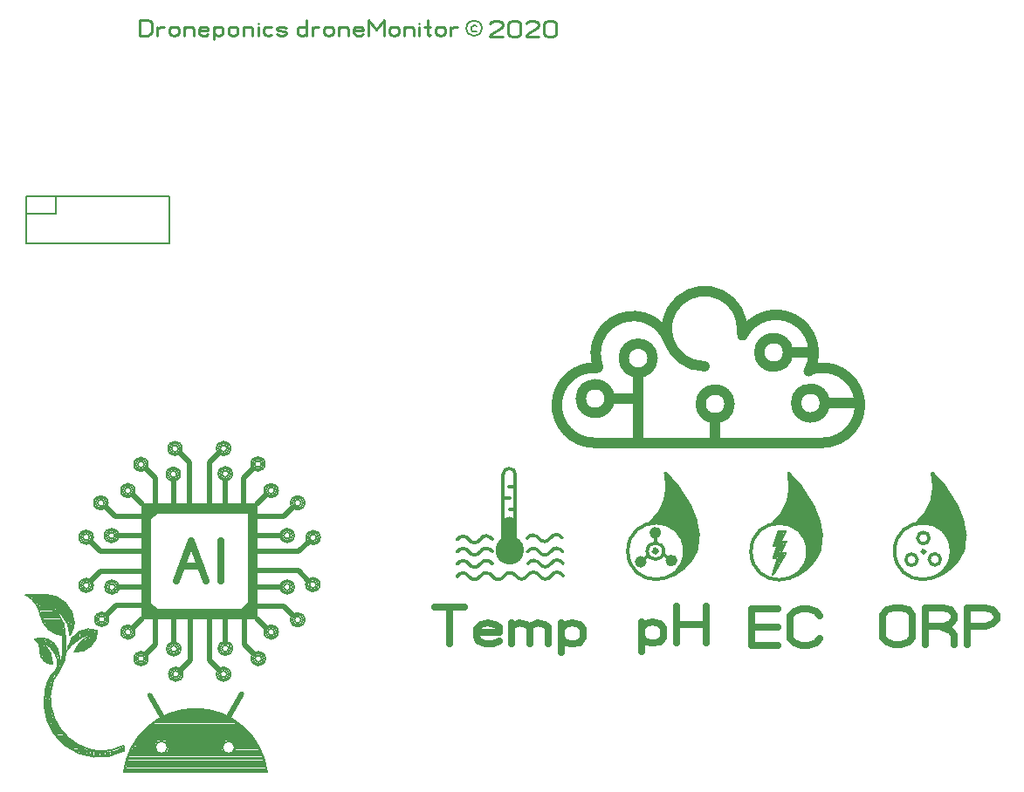
<source format=gbr>
%FSLAX34Y34*%
%MOMM*%
%LNCOPPER_TOP*%
G71*
G01*
%ADD10C, 0.200*%
%ADD11C, 0.500*%
%ADD12C, 0.698*%
%ADD13C, 0.400*%
%ADD14C, 1.000*%
%ADD15C, 0.300*%
%ADD16C, 0.600*%
%ADD17C, 0.635*%
%ADD18C, 0.191*%
%ADD19C, 0.270*%
%LPD*%
G54D10*
X274241Y334962D02*
X274241Y224631D01*
X385366Y224631D01*
X385366Y334962D01*
X274241Y334962D01*
G54D10*
X282178Y312341D02*
X282178Y320675D01*
X288528Y327025D01*
X377428Y327025D01*
X377428Y239316D01*
X370681Y232569D01*
X288528Y232569D01*
X282178Y238919D01*
X282178Y312341D01*
G54D10*
G75*
G01X263525Y348456D02*
G03X263525Y348456I-3175J0D01*
G01*
G54D10*
G75*
G01X267097Y348456D02*
G03X267097Y348456I-6747J0D01*
G01*
G54D10*
G75*
G01X265509Y348456D02*
G03X265509Y348456I-5159J0D01*
G01*
G54D11*
X274241Y334962D02*
X264716Y344488D01*
G54D10*
G75*
G01X276225Y373856D02*
G03X276225Y373856I-3175J0D01*
G01*
G54D10*
G75*
G01X279797Y373856D02*
G03X279797Y373856I-6747J0D01*
G01*
G54D10*
G75*
G01X278209Y373856D02*
G03X278209Y373856I-5159J0D01*
G01*
G54D11*
X286941Y360362D02*
X277416Y369888D01*
G54D10*
G75*
G01X309166Y389334D02*
G03X309166Y389334I-3175J0D01*
G01*
G54D10*
G75*
G01X312738Y389334D02*
G03X312738Y389334I-6747J0D01*
G01*
G54D10*
G75*
G01X311150Y389334D02*
G03X311150Y389334I-5159J0D01*
G01*
G54D11*
X319881Y375841D02*
X310356Y385366D01*
G54D10*
G75*
G01X356306Y389334D02*
G03X356306Y389334I-3176J0D01*
G01*
G54D10*
G75*
G01X359878Y389334D02*
G03X359878Y389334I-6748J0D01*
G01*
G54D10*
G75*
G01X358290Y389334D02*
G03X358290Y389334I-5160J0D01*
G01*
G54D11*
X339240Y375841D02*
X348765Y385366D01*
G54D10*
G75*
G01X389643Y374253D02*
G03X389643Y374253I-3175J0D01*
G01*
G54D10*
G75*
G01X393215Y374253D02*
G03X393215Y374253I-6747J0D01*
G01*
G54D10*
G75*
G01X391627Y374253D02*
G03X391627Y374253I-5159J0D01*
G01*
G54D11*
X372578Y360759D02*
X382103Y370284D01*
G54D10*
G75*
G01X402431Y348456D02*
G03X402431Y348456I-3175J0D01*
G01*
G54D10*
G75*
G01X406003Y348456D02*
G03X406003Y348456I-6747J0D01*
G01*
G54D10*
G75*
G01X404415Y348456D02*
G03X404415Y348456I-5159J0D01*
G01*
G54D11*
X385366Y334962D02*
X394891Y344488D01*
G54D10*
G75*
G01X428140Y336550D02*
G03X428140Y336550I-3175J0D01*
G01*
G54D10*
G75*
G01X431712Y336550D02*
G03X431712Y336550I-6747J0D01*
G01*
G54D10*
G75*
G01X430124Y336550D02*
G03X430124Y336550I-5159J0D01*
G01*
G54D11*
X411074Y323056D02*
X420600Y332581D01*
G54D10*
G75*
G01X443221Y302816D02*
G03X443221Y302816I-3175J0D01*
G01*
G54D10*
G75*
G01X446793Y302816D02*
G03X446793Y302816I-6747J0D01*
G01*
G54D10*
G75*
G01X445205Y302816D02*
G03X445205Y302816I-5159J0D01*
G01*
G54D11*
X426156Y289322D02*
X435681Y298847D01*
G54D10*
G75*
G01X442824Y257205D02*
G03X442824Y257205I-3175J0D01*
G01*
G54D10*
G75*
G01X446396Y257205D02*
G03X446396Y257205I-6747J0D01*
G01*
G54D10*
G75*
G01X444808Y257205D02*
G03X444808Y257205I-5159J0D01*
G01*
G54D11*
X425759Y270700D02*
X435284Y261175D01*
G54D10*
G75*
G01X428140Y223074D02*
G03X428140Y223074I-3175J0D01*
G01*
G54D10*
G75*
G01X431712Y223074D02*
G03X431712Y223074I-6747J0D01*
G01*
G54D10*
G75*
G01X430124Y223074D02*
G03X430124Y223074I-5159J0D01*
G01*
G54D11*
X411074Y236568D02*
X420600Y227043D01*
G54D10*
G75*
G01X402431Y211137D02*
G03X402431Y211137I-3175J0D01*
G01*
G54D10*
G75*
G01X406003Y211137D02*
G03X406003Y211137I-6747J0D01*
G01*
G54D10*
G75*
G01X404415Y211137D02*
G03X404415Y211137I-5159J0D01*
G01*
G54D11*
X385366Y224631D02*
X394891Y215106D01*
G54D10*
G75*
G01X390040Y185371D02*
G03X390040Y185371I-3175J0D01*
G01*
G54D10*
G75*
G01X393612Y185371D02*
G03X393612Y185371I-6747J0D01*
G01*
G54D10*
G75*
G01X392024Y185371D02*
G03X392024Y185371I-5159J0D01*
G01*
G54D11*
X372974Y198865D02*
X382500Y189340D01*
G54D10*
G75*
G01X356306Y170290D02*
G03X356306Y170290I-3176J0D01*
G01*
G54D10*
G75*
G01X359878Y170290D02*
G03X359878Y170290I-6748J0D01*
G01*
G54D10*
G75*
G01X358290Y170290D02*
G03X358290Y170290I-5160J0D01*
G01*
G54D11*
X339240Y183784D02*
X348765Y174259D01*
G54D10*
G75*
G01X309958Y170290D02*
G03X309958Y170290I-3175J0D01*
G01*
G54D10*
G75*
G01X313530Y170290D02*
G03X313530Y170290I-6747J0D01*
G01*
G54D10*
G75*
G01X311942Y170290D02*
G03X311942Y170290I-5159J0D01*
G01*
G54D11*
X320674Y183784D02*
X311149Y174259D01*
G54D10*
G75*
G01X276224Y185371D02*
G03X276224Y185371I-3175J0D01*
G01*
G54D10*
G75*
G01X279796Y185371D02*
G03X279796Y185371I-6747J0D01*
G01*
G54D10*
G75*
G01X278208Y185371D02*
G03X278208Y185371I-5159J0D01*
G01*
G54D11*
X286940Y198865D02*
X277415Y189340D01*
G54D10*
G75*
G01X263525Y211137D02*
G03X263525Y211137I-3175J0D01*
G01*
G54D10*
G75*
G01X267097Y211137D02*
G03X267097Y211137I-6747J0D01*
G01*
G54D10*
G75*
G01X265509Y211137D02*
G03X265509Y211137I-5159J0D01*
G01*
G54D11*
X274241Y224631D02*
X264716Y215106D01*
G54D10*
G75*
G01X238124Y223471D02*
G03X238124Y223471I-3175J0D01*
G01*
G54D10*
G75*
G01X241696Y223471D02*
G03X241696Y223471I-6747J0D01*
G01*
G54D10*
G75*
G01X240108Y223471D02*
G03X240108Y223471I-5159J0D01*
G01*
G54D11*
X248840Y236965D02*
X239315Y227440D01*
G54D10*
G75*
G01X223043Y256412D02*
G03X223043Y256412I-3175J0D01*
G01*
G54D10*
G75*
G01X226615Y256412D02*
G03X226615Y256412I-6747J0D01*
G01*
G54D10*
G75*
G01X225027Y256412D02*
G03X225027Y256412I-5159J0D01*
G01*
G54D11*
X233759Y269906D02*
X224234Y260381D01*
G54D10*
G75*
G01X223043Y303212D02*
G03X223043Y303212I-3175J0D01*
G01*
G54D10*
G75*
G01X226615Y303212D02*
G03X226615Y303212I-6747J0D01*
G01*
G54D10*
G75*
G01X225027Y303212D02*
G03X225027Y303212I-5159J0D01*
G01*
G54D11*
X233759Y289718D02*
X224234Y299243D01*
G54D10*
G75*
G01X237330Y336550D02*
G03X237330Y336550I-3175J0D01*
G01*
G54D10*
G75*
G01X240902Y336550D02*
G03X240902Y336550I-6747J0D01*
G01*
G54D10*
G75*
G01X239314Y336550D02*
G03X239314Y336550I-5159J0D01*
G01*
G54D11*
X248046Y323055D02*
X238521Y332580D01*
G54D10*
G75*
G01X247650Y304800D02*
G03X247650Y304800I-3175J0D01*
G01*
G54D10*
G75*
G01X251222Y304800D02*
G03X251222Y304800I-6747J0D01*
G01*
G54D10*
G75*
G01X249634Y304800D02*
G03X249634Y304800I-5159J0D01*
G01*
G54D11*
X250428Y304800D02*
X277416Y304800D01*
G54D10*
G75*
G01X248047Y254794D02*
G03X248047Y254794I-3175J0D01*
G01*
G54D10*
G75*
G01X251619Y254794D02*
G03X251619Y254794I-6747J0D01*
G01*
G54D10*
G75*
G01X250031Y254794D02*
G03X250031Y254794I-5159J0D01*
G01*
G54D11*
X250825Y254794D02*
X277812Y254794D01*
G54D10*
G75*
G01X308012Y194878D02*
G03X308012Y194878I-3175J0D01*
G01*
G54D10*
G75*
G01X311584Y194878D02*
G03X311584Y194878I-6747J0D01*
G01*
G54D10*
G75*
G01X309996Y194878D02*
G03X309996Y194878I-5159J0D01*
G01*
G54D11*
X304837Y200830D02*
X304837Y227818D01*
G54D10*
G75*
G01X358019Y195274D02*
G03X358019Y195274I-3175J0D01*
G01*
G54D10*
G75*
G01X361591Y195274D02*
G03X361591Y195274I-6747J0D01*
G01*
G54D10*
G75*
G01X360003Y195274D02*
G03X360003Y195274I-5159J0D01*
G01*
G54D11*
X354844Y201227D02*
X354844Y228215D01*
G54D10*
G75*
G01X417935Y254843D02*
G03X417935Y254843I-3175J0D01*
G01*
G54D10*
G75*
G01X421507Y254843D02*
G03X421507Y254843I-6747J0D01*
G01*
G54D10*
G75*
G01X419919Y254843D02*
G03X419919Y254843I-5159J0D01*
G01*
G54D11*
X408807Y254843D02*
X381819Y254843D01*
G54D10*
G75*
G01X417935Y304849D02*
G03X417935Y304849I-3175J0D01*
G01*
G54D10*
G75*
G01X421507Y304849D02*
G03X421507Y304849I-6747J0D01*
G01*
G54D10*
G75*
G01X419919Y304849D02*
G03X419919Y304849I-5159J0D01*
G01*
G54D11*
X408807Y304849D02*
X381819Y304849D01*
G54D10*
G75*
G01X307566Y364369D02*
G03X307566Y364369I-3175J0D01*
G01*
G54D10*
G75*
G01X311138Y364369D02*
G03X311138Y364369I-6747J0D01*
G01*
G54D10*
G75*
G01X309550Y364369D02*
G03X309550Y364369I-5159J0D01*
G01*
G54D11*
X304391Y358416D02*
X304391Y331429D01*
G54D10*
G75*
G01X357969Y364766D02*
G03X357969Y364766I-3175J0D01*
G01*
G54D10*
G75*
G01X361541Y364766D02*
G03X361541Y364766I-6747J0D01*
G01*
G54D10*
G75*
G01X359953Y364766D02*
G03X359953Y364766I-5159J0D01*
G01*
G54D11*
X354794Y358813D02*
X354794Y331826D01*
G54D11*
X286941Y360362D02*
X286941Y332581D01*
X287734Y331788D01*
G54D11*
X319881Y375841D02*
X319881Y332978D01*
X320675Y332184D01*
G54D11*
X339240Y375841D02*
X339240Y332272D01*
X339328Y332184D01*
G54D11*
X372578Y360759D02*
X372578Y333066D01*
X373459Y332184D01*
G54D11*
X411074Y323056D02*
X381000Y323056D01*
X380603Y323453D01*
G54D11*
X426156Y289322D02*
X382191Y289322D01*
G54D11*
X425759Y270700D02*
X384144Y270700D01*
X381794Y273050D01*
G54D11*
X411074Y236568D02*
X384938Y236568D01*
X382191Y239316D01*
G54D11*
X372974Y198865D02*
X372974Y227894D01*
X372666Y228203D01*
G54D11*
X339240Y183784D02*
X339240Y227497D01*
X338534Y228203D01*
G54D11*
X320674Y183784D02*
X320674Y227409D01*
X321072Y227806D01*
G54D11*
X286940Y198865D02*
X286941Y228203D01*
G54D11*
X248840Y236965D02*
X275065Y236965D01*
X277019Y238919D01*
G54D11*
X233759Y269906D02*
X276194Y269906D01*
X276622Y269478D01*
G54D11*
X233759Y289718D02*
X276224Y289718D01*
X277019Y290512D01*
G54D11*
X248046Y323055D02*
X276623Y323055D01*
X277019Y322659D01*
G36*
X274241Y334962D02*
X274241Y328612D01*
X282178Y320675D01*
X288528Y327025D01*
X377428Y327025D01*
X385366Y334962D01*
X274241Y334962D01*
G37*
G54D10*
X274241Y334962D02*
X274241Y328612D01*
X282178Y320675D01*
X288528Y327025D01*
X377428Y327025D01*
X385366Y334962D01*
X274241Y334962D01*
G36*
X282178Y320675D02*
X274241Y328612D01*
X274241Y224631D01*
X385366Y224631D01*
X385366Y334962D01*
X377428Y327025D01*
X377428Y239316D01*
X370681Y232569D01*
X288528Y232569D01*
X282178Y238919D01*
X282178Y320675D01*
G37*
G54D10*
X282178Y320675D02*
X274241Y328612D01*
X274241Y224631D01*
X385366Y224631D01*
X385366Y334962D01*
X377428Y327025D01*
X377428Y239316D01*
X370681Y232569D01*
X288528Y232569D01*
X282178Y238919D01*
X282178Y320675D01*
G54D12*
X307173Y260796D02*
X321839Y299907D01*
X336506Y260796D01*
G54D12*
X313039Y275462D02*
X330639Y275462D01*
G54D12*
X350195Y260796D02*
X350195Y299907D01*
G54D10*
G75*
G01X395313Y75206D02*
G03X256357Y75206I-69478J-8531D01*
G01*
G54D10*
X256357Y75206D02*
X395313Y75206D01*
G54D10*
G75*
G01X298847Y99219D02*
G03X298847Y99219I-5953J0D01*
G01*
G54D10*
G75*
G01X363934Y99219D02*
G03X363934Y99219I-5953J0D01*
G01*
G54D11*
G75*
G01X370647Y150935D02*
G03X357879Y128594I210378J-135060D01*
G01*
G54D11*
G75*
G01X281679Y149692D02*
G03X294447Y127351I223146J112719D01*
G01*
G54D10*
G75*
G01X175795Y226302D02*
G03X162035Y246896I-27760J-3655D01*
G01*
G54D10*
G75*
G01X175327Y229059D02*
G03X199243Y207675I24301J3113D01*
G01*
G54D10*
G75*
G01X199243Y210453D02*
G03X178490Y237499I-28000J0D01*
G01*
G54D10*
G75*
G01X204214Y208360D02*
G03X176214Y236360I-28000J0D01*
G01*
G54D10*
G75*
G01X208182Y219472D02*
G03X180182Y247472I-28000J0D01*
G01*
G54D10*
X180182Y247472D02*
X161186Y247472D01*
X161132Y247418D01*
X161300Y247418D01*
X161592Y247126D01*
G54D10*
G75*
G01X183383Y247231D02*
G03X160960Y247329I-11689J-109377D01*
G01*
G54D10*
G75*
G01X204134Y208146D02*
G03X208267Y221456I-19367J13310D01*
G01*
G54D10*
X199243Y210453D02*
X199243Y207675D01*
G54D10*
X165497Y246459D02*
X176609Y246459D01*
X177403Y245666D01*
X167084Y245666D01*
X166688Y245269D01*
X175816Y245269D01*
X177006Y244078D01*
X167878Y244078D01*
X175419Y244078D01*
X177006Y242491D01*
X168672Y242491D01*
X176212Y242491D01*
X177403Y241300D01*
X170656Y241300D01*
X170259Y240903D01*
X176609Y240903D01*
X177403Y240109D01*
X172244Y240109D01*
X171450Y239316D01*
X176674Y239316D01*
X178490Y237499D01*
X173267Y237499D01*
X172641Y238125D01*
X172641Y237728D01*
X174625Y235744D01*
X179388Y235744D01*
X179784Y235347D01*
X175419Y235347D01*
X174228Y234156D01*
X184150Y234156D01*
X184547Y233759D01*
X176212Y233759D01*
X175022Y232569D01*
X187325Y232569D01*
X189309Y230584D01*
X175816Y230584D01*
X175816Y229791D01*
X177006Y228600D01*
X189309Y228600D01*
X190103Y229394D01*
X191691Y227806D01*
X176609Y227806D01*
X176212Y227409D01*
X176212Y227012D01*
X177403Y225822D01*
X192484Y225822D01*
X192881Y226219D01*
X192881Y225822D01*
X193675Y225028D01*
X193675Y225822D01*
X191691Y227806D01*
X191691Y227012D01*
X193675Y225028D01*
X178594Y225028D01*
X177800Y224234D01*
X177800Y223441D01*
X178197Y223044D01*
X194072Y223044D01*
X194469Y223441D01*
X195659Y222250D01*
X178991Y222250D01*
X178594Y221853D01*
X178594Y221456D01*
X179388Y220662D01*
X196056Y220662D01*
X196056Y219472D01*
X196453Y219075D01*
X180579Y219075D01*
X180182Y219472D01*
X180182Y219074D01*
X181769Y217488D01*
X196850Y217488D01*
X196850Y216297D01*
X197247Y215900D01*
X182562Y215900D01*
X183356Y215900D01*
X184944Y214312D01*
X197644Y214312D01*
X197644Y213122D01*
X198041Y212725D01*
X186531Y212725D01*
X186134Y213122D01*
X187722Y213122D01*
X189706Y211138D01*
X198041Y211138D01*
X198041Y209153D01*
X192881Y209153D01*
X192088Y209947D01*
G54D10*
X177403Y245666D02*
X177403Y238586D01*
X178490Y237499D01*
X178490Y246753D01*
X178594Y246856D01*
X179566Y246856D01*
X180182Y247472D01*
X180181Y237728D01*
X181372Y237728D01*
X181769Y237331D01*
X181769Y245666D01*
X181372Y246062D01*
X184547Y246062D01*
X184547Y236934D01*
X184150Y236538D01*
X183753Y236538D01*
X182959Y237331D01*
X182959Y244475D01*
X184944Y244475D01*
X185738Y245269D01*
X185738Y235744D01*
X186134Y235744D01*
X186928Y234950D01*
X186928Y245269D01*
X187722Y245269D01*
X188516Y244475D01*
X188516Y234156D01*
X190103Y234156D01*
X190103Y244078D01*
X189706Y244475D01*
X190897Y244475D01*
X192088Y243284D01*
X192088Y233759D01*
X191294Y232966D01*
X192088Y232966D01*
X192881Y232172D01*
X192881Y242491D01*
X193278Y242888D01*
X193278Y242491D01*
X194469Y241300D01*
X194469Y230981D01*
X194866Y230981D01*
X195659Y230188D01*
X195659Y242094D01*
X197247Y240506D01*
X197247Y228997D01*
X196850Y228600D01*
X197247Y228600D01*
X198041Y227806D01*
X198041Y238522D01*
X198438Y238919D01*
X199628Y237728D01*
X199628Y227409D01*
X198834Y226616D01*
X198834Y226219D01*
X199628Y225425D01*
X199628Y235347D01*
X200819Y236538D01*
X200819Y235347D01*
X201216Y234950D01*
X201216Y225028D01*
X200819Y224631D01*
X200819Y223838D01*
X201612Y223044D01*
X201612Y233759D01*
X202406Y234553D01*
X202406Y221853D01*
X202009Y221456D01*
X202009Y225425D01*
X203994Y227409D01*
X203994Y232172D01*
X203597Y232569D01*
X203597Y230584D01*
X205184Y228997D01*
X205184Y221059D01*
X205581Y220662D01*
X206772Y220662D01*
X206772Y225028D01*
X205978Y225822D01*
X204391Y225822D01*
X203994Y225425D01*
X203994Y219472D01*
X203597Y219075D01*
X203597Y219472D01*
X202803Y220266D01*
X205581Y220266D01*
X206772Y219075D01*
X206772Y213916D01*
X205184Y212328D01*
X205184Y216694D01*
X203994Y217884D01*
X204391Y217884D01*
X205184Y218678D01*
X205184Y216694D01*
X204788Y216694D01*
X203994Y215900D01*
G54D13*
X198256Y207577D02*
X198256Y190017D01*
X198244Y190005D01*
G54D10*
G75*
G01X175128Y191926D02*
G03X187397Y179995I12487J567D01*
G01*
G54D10*
G75*
G01X175100Y195264D02*
G03X170100Y203924I-10000J0D01*
G01*
G54D10*
X175100Y195264D02*
X175100Y191953D01*
X175128Y191926D01*
G54D10*
G75*
G01X187337Y179894D02*
G03X179136Y199693I-28000J0D01*
G01*
G54D10*
G75*
G01X193290Y176719D02*
G03X179290Y200968I-28000J0D01*
G01*
G54D10*
G75*
G01X193506Y187831D02*
G03X176006Y205331I-17500J0D01*
G01*
G54D10*
G75*
G01X176403Y205331D02*
G03X169847Y204057I0J-17500D01*
G01*
G54D10*
G75*
G01X230715Y212518D02*
G03X202689Y196009I-7679J-19007D01*
G01*
G54D10*
G75*
G01X208824Y191948D02*
G03X230754Y212399I1430J20451D01*
G01*
G54D10*
G75*
G01X225394Y208437D02*
G03X208535Y191869I9748J-26781D01*
G01*
G54D10*
G75*
G01X227575Y210805D02*
G03X192461Y176299I11733J-47059D01*
G01*
G54D10*
G75*
G01X193704Y173371D02*
G03X199215Y195472I-22064J17238D01*
G01*
G54D10*
G75*
G01X198049Y191180D02*
G03X196303Y182600I10600J-6624D01*
G01*
G54D10*
X191944Y185303D02*
X191944Y176815D01*
X192461Y176299D01*
X192461Y173426D01*
X192453Y173418D01*
G54D10*
G75*
G01X191652Y175334D02*
G03X180396Y147476I20569J-24513D01*
G01*
G54D10*
G75*
G01X193704Y173371D02*
G03X185529Y153634I23781J-21412D01*
G01*
G54D10*
G75*
G01X180423Y154806D02*
G03X256126Y95660I51642J-11923D01*
G01*
G54D10*
G75*
G01X186217Y159967D02*
G03X233240Y95247I51642J-11922D01*
G01*
G54D10*
G75*
G01X232665Y95216D02*
G03X256272Y100884I0J52000D01*
G01*
G54D10*
X256272Y100884D02*
X256272Y95806D01*
X256126Y95660D01*
G54D10*
X173038Y203200D02*
X176212Y203200D01*
X177006Y203994D01*
X176212Y203994D01*
X174228Y202009D01*
X174625Y202009D01*
X176212Y200422D01*
X175419Y199628D01*
X175419Y200025D01*
X171847Y203597D01*
X179388Y203597D01*
X179388Y199231D01*
X178197Y198041D01*
X178197Y201612D01*
X177800Y202009D01*
X177800Y196850D01*
X177006Y196056D01*
X177006Y202406D01*
X176212Y203200D01*
X176212Y189706D01*
X177006Y188912D01*
X183753Y188912D01*
X184150Y189309D01*
X184150Y190500D01*
X182959Y191691D01*
X182959Y190500D01*
X182562Y190103D01*
X177403Y190103D01*
X177006Y190500D01*
X177006Y194469D01*
X179784Y197247D01*
X179784Y196056D01*
X182562Y193278D01*
X178197Y193278D01*
X178197Y193675D01*
X179388Y194866D01*
X179388Y192484D01*
X178197Y191294D01*
X180975Y191294D01*
X181769Y192088D01*
X181769Y190500D01*
X184944Y187325D01*
X184944Y182959D01*
X186531Y181372D01*
X186531Y183356D01*
X185738Y184150D01*
X185738Y182166D01*
X184944Y181372D01*
X183356Y181372D01*
X181372Y183356D01*
X181372Y183753D01*
X177800Y187325D01*
X183356Y187325D01*
X183356Y182959D01*
X183753Y182562D01*
X183753Y183356D01*
X180975Y186134D01*
X182562Y186134D01*
G54D10*
X179290Y200968D02*
X179290Y201912D01*
X180578Y203200D01*
X182166Y203200D01*
X182959Y202406D01*
X182959Y200819D01*
X182562Y200422D01*
X182166Y200422D01*
X180975Y201612D01*
X184150Y201612D01*
X184944Y200819D01*
X184944Y199628D01*
X184547Y199231D01*
X183753Y199231D01*
X182562Y200422D01*
X183356Y200422D01*
X186134Y197644D01*
X186134Y200025D01*
X186531Y200025D01*
X188516Y198041D01*
X188516Y194866D01*
X188119Y194469D01*
X188119Y195659D01*
X186134Y197644D01*
X188119Y197644D01*
X190103Y195659D01*
X190103Y193675D01*
X191294Y192484D01*
X191294Y194072D01*
X189706Y194072D01*
X188912Y193278D01*
X188912Y192881D01*
X191691Y190103D01*
X191691Y190897D01*
X192088Y191294D01*
X192088Y189250D01*
X193506Y187831D01*
X193506Y182732D01*
X193675Y182562D01*
X193675Y186928D01*
X192484Y188119D01*
G54D10*
X198041Y188119D02*
X198041Y184338D01*
X196303Y182600D01*
X196303Y181222D01*
X195262Y180181D01*
X195262Y178197D01*
X194866Y177800D01*
X194866Y176609D01*
X193675Y175419D01*
G54D10*
X191294Y173831D02*
X191294Y173038D01*
X189706Y171450D01*
X189706Y170656D01*
X188119Y169069D01*
X188119Y168672D01*
X186531Y167084D01*
X188119Y167084D01*
X188119Y165497D01*
X186134Y163512D01*
X184547Y163512D01*
X184547Y165100D01*
X185738Y166291D01*
X186531Y166291D01*
X186928Y165894D01*
X186928Y164306D01*
X186134Y163512D01*
X186134Y165894D01*
X185738Y166291D01*
X185738Y163909D01*
X183356Y161528D01*
X185341Y161528D01*
X185738Y161925D01*
X185738Y159941D01*
X183753Y157956D01*
X183753Y159941D01*
X184150Y160338D01*
X182959Y160338D01*
X182562Y159941D01*
X182562Y157559D01*
X181769Y156766D01*
X184150Y156766D01*
X184547Y157162D01*
X184547Y153194D01*
X183753Y152400D01*
X183753Y155178D01*
X183356Y155575D01*
X182562Y155575D01*
X181769Y154781D01*
X181769Y151606D01*
X182959Y151606D01*
X183753Y152400D01*
X183753Y147241D01*
X182959Y146447D01*
X182959Y148828D01*
X181769Y150019D01*
X181769Y148034D01*
X181769Y150416D01*
X182959Y151606D01*
X182959Y136128D01*
X182166Y135334D01*
X180181Y135334D01*
X180181Y145653D01*
X180975Y146447D01*
X182959Y146447D01*
X182959Y145653D01*
X181769Y144462D01*
X181769Y136922D01*
X183753Y136922D01*
X184150Y137319D01*
X184150Y144066D01*
X183753Y144462D01*
X183753Y137319D01*
X185341Y135731D01*
X185341Y133350D01*
X185738Y132953D01*
X182166Y132953D01*
X181769Y132556D01*
X181769Y133350D01*
X180975Y134144D01*
X183356Y134144D01*
X183753Y134541D01*
X183753Y136922D01*
X183753Y133350D01*
X187325Y129778D01*
X182166Y129778D01*
X182166Y130969D01*
X181769Y131366D01*
X183753Y131366D01*
X184150Y130969D01*
X184150Y130572D01*
X187325Y127397D01*
X187325Y126603D01*
X188119Y125809D01*
X182959Y125809D01*
X182959Y128191D01*
X182562Y128588D01*
X184547Y128588D01*
X185738Y127397D01*
X183753Y127397D01*
X183753Y124222D01*
X184547Y123428D01*
X189706Y123428D01*
X189706Y123825D01*
X188912Y124619D01*
X184944Y124619D01*
X184944Y121047D01*
X185341Y120650D01*
X191691Y120650D01*
X190500Y121841D01*
X186134Y121841D01*
X186134Y118666D01*
X187722Y117078D01*
X192484Y117078D01*
X192881Y117475D01*
X192881Y118269D01*
X191691Y119459D01*
X187722Y119459D01*
X187325Y119062D01*
X187722Y119062D01*
X188516Y118269D01*
X191691Y118269D01*
X195262Y114697D01*
X188516Y114697D01*
X188516Y115094D01*
X187722Y115888D01*
X192088Y115888D01*
X192484Y115491D01*
X193675Y115491D01*
X196850Y112316D01*
X189706Y112316D01*
X189706Y113109D01*
X189309Y113506D01*
X194072Y113506D01*
X194469Y113109D01*
X196056Y113109D01*
X198834Y110331D01*
X191294Y110331D01*
X191294Y110728D01*
X189706Y112316D01*
X189706Y111522D01*
X194469Y106759D01*
X203200Y106759D01*
X202406Y106759D01*
X199628Y109538D01*
X194072Y109538D01*
X193675Y109141D01*
X194469Y109141D01*
X195659Y107950D01*
X199628Y107950D01*
X200025Y107553D01*
X202009Y107553D01*
X204788Y104775D01*
X196850Y104775D01*
X196056Y105569D01*
X196850Y105569D01*
X199231Y103188D01*
X207962Y103188D01*
X206375Y103188D01*
X205581Y103981D01*
X202406Y103981D01*
X200422Y101997D01*
X209947Y101997D01*
X210344Y101600D01*
X202009Y101600D01*
X201216Y100806D01*
X212328Y100806D01*
X214312Y98822D01*
X204391Y98822D01*
X203597Y99616D01*
X205581Y99616D01*
X208359Y96838D01*
X213916Y96838D01*
X215503Y98425D01*
X213122Y98425D01*
X210344Y95647D01*
X212725Y95647D01*
X213916Y94456D01*
X213916Y95250D01*
X216694Y98028D01*
X217488Y98028D01*
X218678Y96838D01*
X217488Y96838D01*
X215106Y94456D01*
X215900Y94456D01*
X217091Y93266D01*
X217091Y93662D01*
X220266Y96838D01*
X220266Y94853D01*
X218281Y92869D01*
X221853Y96441D01*
X221853Y93662D01*
X220662Y92472D01*
X219472Y92472D01*
X222647Y92472D01*
X223044Y92075D01*
X223044Y96441D01*
X223838Y96441D01*
X225028Y95250D01*
X225028Y92869D01*
X224234Y92075D01*
X225425Y92075D01*
X226219Y91281D01*
X226219Y95647D01*
X227806Y95647D01*
X228203Y95250D01*
X228203Y91678D01*
X227806Y91281D01*
X230188Y91281D01*
X230188Y94456D01*
X229791Y94853D01*
X231378Y94853D01*
X232172Y94059D01*
X232172Y91281D01*
X231775Y90884D01*
X233759Y90884D01*
X234156Y91281D01*
X234156Y93662D01*
X233759Y94059D01*
X236538Y94059D01*
X236538Y92472D01*
X235347Y91281D01*
X235347Y92869D01*
X235744Y92869D01*
X237331Y91281D01*
X237331Y94059D01*
X237728Y94456D01*
X239316Y94456D01*
X239316Y92075D01*
X238919Y91678D01*
X240506Y91678D01*
X240903Y92075D01*
X240903Y94456D01*
X242094Y94456D01*
X242491Y94853D01*
X242491Y91678D01*
X243681Y91678D01*
X244475Y92472D01*
X244475Y94853D01*
X244078Y95250D01*
X245666Y95250D01*
X246062Y95647D01*
X246062Y93266D01*
X247650Y93266D01*
X248047Y93662D01*
X248047Y95647D01*
X247650Y96044D01*
X249238Y96044D01*
X249634Y96441D01*
X249634Y94456D01*
X250825Y94456D01*
X251222Y94853D01*
X251222Y97234D01*
X252809Y97234D01*
X254000Y98425D01*
X254397Y98425D01*
X255191Y99219D01*
X255191Y96441D01*
X254794Y96044D01*
X252412Y96044D01*
X252412Y94853D01*
X252412Y95250D01*
X254000Y96838D01*
G54D10*
X202689Y196009D02*
X202689Y197132D01*
X205184Y199628D01*
X205184Y201216D01*
X206375Y202406D01*
X206375Y200819D01*
X206772Y200422D01*
X206772Y200819D01*
X208359Y202406D01*
X208359Y203200D01*
X206772Y204788D01*
X207169Y204788D01*
X208359Y205978D01*
X208359Y205184D01*
X209550Y203994D01*
X206375Y203994D01*
X205978Y203597D01*
X210344Y203597D01*
X211931Y205184D01*
X211931Y207566D01*
X211138Y208359D01*
X210741Y208359D01*
X209153Y206772D01*
X210344Y205581D01*
X210344Y206375D01*
X210741Y206772D01*
X210741Y207566D01*
X212725Y209550D01*
X212725Y206772D01*
X213519Y205978D01*
X213916Y205978D01*
X214709Y206772D01*
X214709Y210344D01*
X213519Y210344D01*
X214709Y210344D01*
X215900Y211534D01*
X215900Y207169D01*
X216297Y207169D01*
X217488Y208359D01*
X217488Y211931D01*
X218678Y211931D01*
X219075Y212328D01*
X219075Y208756D01*
X220266Y209947D01*
X220266Y212725D01*
X221853Y212725D01*
X221853Y210344D01*
X222647Y210344D01*
X223441Y211138D01*
X223441Y213122D01*
X225028Y213122D01*
X225425Y212725D01*
X225425Y211931D01*
X224631Y211138D01*
X225425Y211138D01*
X227012Y212725D01*
X228203Y212725D01*
X229394Y211534D01*
X229394Y209153D01*
X228997Y208756D01*
X228997Y207169D01*
X228203Y206375D01*
X228203Y204788D01*
X227806Y204391D01*
X227806Y203597D01*
X227012Y202803D01*
X227012Y202406D01*
X225822Y201216D01*
X225822Y207566D01*
X228203Y209947D01*
X226905Y209947D01*
X225394Y208437D01*
X225394Y200391D01*
X225028Y200025D01*
X225028Y204788D01*
X228203Y207962D01*
X228203Y206375D01*
X227012Y205184D01*
X225028Y205184D01*
X223838Y206375D01*
X222647Y206375D01*
X221456Y205184D01*
X222250Y205184D01*
X223044Y204391D01*
X224234Y204391D01*
X225028Y205184D01*
X225028Y199231D01*
X224234Y198438D01*
X224234Y204391D01*
X223044Y203200D01*
X223044Y197644D01*
X222250Y197644D01*
X221059Y196453D01*
X221059Y204788D01*
X221456Y205184D01*
X221456Y203597D01*
X221853Y203200D01*
X220662Y203200D01*
X219869Y203994D01*
X219869Y196056D01*
X218678Y194866D01*
X218678Y203200D01*
X218678Y202803D01*
X217488Y201612D01*
X217488Y194866D01*
X217091Y194469D01*
X216297Y194469D01*
X215900Y194072D01*
X215900Y201216D01*
X215900Y200422D01*
X214709Y199231D01*
X214709Y193278D01*
X210741Y193278D01*
X210344Y192881D01*
X210344Y194866D01*
X213916Y198438D01*
X213916Y195262D01*
X213122Y194469D01*
X211931Y194469D01*
X210741Y193278D01*
X210741Y193675D01*
X213122Y196056D01*
G54D10*
X196453Y180181D02*
X196453Y178991D01*
G54D10*
G75*
G01X195217Y183399D02*
G03X190057Y169959I26529J-17894D01*
G01*
G54D10*
X257572Y76597D02*
X393303Y76597D01*
X394097Y77391D01*
X393303Y78184D01*
X259159Y78184D01*
X258366Y78978D01*
X257969Y78978D01*
X257175Y78184D01*
X257175Y78581D01*
X258762Y80169D01*
X393303Y80169D01*
X393303Y81359D01*
X392509Y82153D01*
X259159Y82153D01*
X258762Y81756D01*
X258762Y83741D01*
X259159Y84138D01*
X392509Y84138D01*
X392906Y83741D01*
X392906Y84931D01*
X392112Y85725D01*
X259953Y85725D01*
X259953Y87312D01*
X260350Y87709D01*
X391319Y87709D01*
X391716Y87312D01*
X391716Y88106D01*
X390525Y89297D01*
X261144Y89297D01*
X261144Y90488D01*
X261938Y91281D01*
X390128Y91281D01*
X390128Y92472D01*
X389731Y92869D01*
X359569Y92869D01*
X359172Y92472D01*
X361553Y92472D01*
X363538Y94456D01*
X388938Y94456D01*
X389334Y94059D01*
X389334Y95250D01*
X388541Y96044D01*
X364331Y96044D01*
X363934Y95647D01*
X363934Y96838D01*
X365125Y98028D01*
X387350Y98028D01*
X387747Y97631D01*
X387747Y98028D01*
X386159Y99616D01*
X365522Y99616D01*
X365125Y99219D01*
X365125Y100409D01*
X364728Y100806D01*
X384969Y100806D01*
X385366Y101203D01*
X384175Y102394D01*
X364331Y102394D01*
X363934Y101997D01*
X363934Y102791D01*
X363141Y103584D01*
X383778Y103584D01*
X383778Y104378D01*
X382984Y105172D01*
X360362Y105172D01*
X359569Y105966D01*
X381397Y105966D01*
X381794Y106362D01*
X269081Y106362D01*
X269081Y106759D01*
X269875Y107553D01*
X380603Y107553D01*
X381000Y107950D01*
X379809Y109141D01*
X271462Y109141D01*
X273050Y110728D01*
X379016Y110728D01*
X379412Y110331D01*
X378619Y110331D01*
X376634Y112316D01*
X273844Y112316D01*
X274241Y112316D01*
X275828Y113903D01*
X375841Y113903D01*
X376238Y113506D01*
X374253Y115491D01*
X277019Y115491D01*
X276622Y115094D01*
X277019Y115094D01*
X278606Y116681D01*
X372666Y116681D01*
X373062Y116284D01*
X371078Y118269D01*
X280194Y118269D01*
X279797Y117872D01*
X281781Y119856D01*
X369491Y119856D01*
X369888Y119459D01*
X369491Y119459D01*
X367506Y121444D01*
X284162Y121444D01*
X283766Y121047D01*
X284162Y121047D01*
X286544Y123428D01*
X365919Y123428D01*
X366316Y123031D01*
X364728Y123031D01*
X362347Y125412D01*
X289719Y125412D01*
X288131Y123825D01*
X290116Y123825D01*
X292100Y125809D01*
X360759Y125809D01*
X357981Y125809D01*
X356791Y127000D01*
X294799Y127000D01*
X294447Y127351D01*
X295626Y127351D01*
X296862Y128588D01*
X357872Y128588D01*
X357879Y128594D01*
X354799Y128594D01*
X353616Y129778D01*
X298053Y129778D01*
X296862Y128588D01*
X298450Y128588D01*
X301228Y131366D01*
X350441Y131366D01*
X350838Y130969D01*
X346869Y130969D01*
X345281Y132556D01*
X305594Y132556D01*
X304800Y131762D01*
X307181Y131762D01*
X309166Y133747D01*
X342503Y133747D01*
X315912Y133747D01*
X315119Y134541D01*
X336550Y134541D01*
X328612Y134541D01*
X327025Y136128D01*
X323056Y136128D01*
X322659Y135731D01*
G54D10*
X293688Y92472D02*
X356791Y92472D01*
X357188Y92075D01*
X299244Y92075D01*
X297259Y94059D01*
X353219Y94059D01*
X353616Y93662D01*
X300038Y93662D01*
X298847Y94853D01*
X352425Y94853D01*
X353219Y94059D01*
X302022Y94059D01*
X299641Y96441D01*
X350838Y96441D01*
X351631Y95647D01*
X301625Y95647D01*
X299641Y97631D01*
X350441Y97631D01*
X350838Y98028D01*
X301228Y98028D01*
X300038Y99219D01*
X350441Y99219D01*
X351234Y100012D01*
X300831Y100012D01*
X300038Y100806D01*
X350441Y100806D01*
X351631Y101997D01*
X299244Y101997D01*
X298450Y102791D01*
X351234Y102791D01*
X352028Y103584D01*
X298450Y103584D01*
X296862Y105172D01*
X352425Y105172D01*
X353219Y104378D01*
X354806Y105966D01*
G54D10*
X262334Y93266D02*
X291306Y93266D01*
X292497Y92075D01*
X265906Y92075D01*
X263525Y94456D01*
X287338Y94456D01*
X287338Y95250D01*
X286544Y96044D01*
X263922Y96044D01*
X263525Y95647D01*
X263525Y96044D01*
X265112Y97631D01*
X285750Y97631D01*
X286147Y97234D01*
X286147Y99219D01*
X264716Y99219D01*
X264716Y99616D01*
X266303Y101203D01*
X285750Y101203D01*
X286147Y100806D01*
X269081Y100806D01*
X267097Y102791D01*
X287338Y102791D01*
X269478Y102791D01*
X268288Y103981D01*
X287734Y103981D01*
X288925Y105172D01*
X269478Y105172D01*
X268288Y103981D01*
G54D10*
X190897Y633016D02*
X190897Y617141D01*
G54D10*
X190897Y617141D02*
X161925Y617141D01*
G54D10*
X190897Y633016D02*
X190897Y634206D01*
X161925Y634206D01*
X161925Y588169D01*
X300831Y588169D01*
X300831Y634206D01*
X190897Y634206D01*
G54D14*
G75*
G01X855847Y501803D02*
G03X819547Y469118I-36300J3815D01*
G01*
G54D14*
G75*
G01X920611Y464349D02*
G03X856479Y499170I-31610J18250D01*
G01*
G54D14*
G75*
G01X785204Y492688D02*
G03X716415Y468328I-34713J-11279D01*
G01*
G54D14*
G75*
G01X715969Y467764D02*
G03X712788Y394902I-3181J-36362D01*
G01*
G54D14*
G75*
G01X933847Y394902D02*
G03X921363Y465701I0J36500D01*
G01*
G54D14*
X712788Y394902D02*
X933847Y394902D01*
G54D14*
G75*
G01X769253Y477043D02*
G03X769253Y477043I-14000J0D01*
G01*
G54D14*
G75*
G01X727581Y437752D02*
G03X727581Y437752I-14000J0D01*
G01*
G54D14*
G75*
G01X843866Y432593D02*
G03X843866Y432593I-14000J0D01*
G01*
G54D14*
G75*
G01X900619Y482599D02*
G03X900619Y482599I-14000J0D01*
G01*
G54D14*
G75*
G01X936337Y433387D02*
G03X936337Y433387I-14000J0D01*
G01*
G54D14*
X938213Y433387D02*
X965199Y433387D01*
X965597Y433784D01*
G54D14*
X902494Y482997D02*
X920750Y482997D01*
X921544Y482203D01*
G54D14*
X829866Y416718D02*
X829866Y397272D01*
X829072Y396478D01*
G54D14*
X755253Y460771D02*
X755253Y396875D01*
X756444Y395684D01*
G54D14*
X728662Y438149D02*
X752476Y437752D01*
X754459Y435769D01*
G54D15*
G75*
G01X800216Y289719D02*
G03X800216Y289719I-27500J0D01*
G01*
G54D15*
G75*
G01X808750Y305990D02*
G03X781750Y365235I-78500J0D01*
G01*
G54D15*
G75*
G01X813610Y304894D02*
G03X786910Y357297I-78201J-6842D01*
G01*
G54D15*
G75*
G01X811797Y290859D02*
G03X813512Y307180I-76785J16321D01*
G01*
G54D15*
G75*
G01X780781Y263455D02*
G03X811550Y290202I-12035J44916D01*
G01*
G54D15*
G75*
G01X766904Y317056D02*
G03X781930Y364713I-29890J35622D01*
G01*
G54D15*
X785019Y359172D02*
X785019Y356791D01*
X790178Y351631D01*
X788194Y351631D01*
X786209Y353616D01*
X786209Y350838D01*
X785416Y350044D01*
X791766Y350044D01*
X792162Y349647D01*
X786606Y349647D01*
X784622Y347662D01*
X794941Y347662D01*
X795734Y346869D01*
X786209Y346869D01*
X784622Y345281D01*
X796131Y345281D01*
X797322Y344091D01*
X786209Y344091D01*
X784225Y342106D01*
X798909Y342106D01*
X799703Y341312D01*
X785812Y341312D01*
X782638Y338138D01*
X800100Y338138D01*
X800497Y338534D01*
X784622Y338534D01*
X782638Y336550D01*
X800100Y336550D01*
X801291Y335359D01*
X782241Y335359D01*
X780653Y333772D01*
X800894Y333772D01*
X802481Y332184D01*
X781050Y332184D01*
X780653Y331788D01*
X780653Y330994D01*
X779462Y329803D01*
X804069Y329803D01*
X780256Y329803D01*
X778272Y327819D01*
X804069Y327819D01*
X804862Y327025D01*
X778272Y327025D01*
X776684Y325438D01*
X806847Y325438D01*
X808038Y324247D01*
X775891Y324247D01*
X775097Y323453D01*
X806847Y323453D01*
X809228Y321072D01*
X773509Y321072D01*
X773112Y321469D01*
X773112Y321072D01*
X771128Y319088D01*
X808831Y319088D01*
X809228Y318691D01*
X783431Y318691D01*
X781844Y317103D01*
X810022Y317103D01*
X810419Y316706D01*
X810419Y314722D01*
X786606Y314722D01*
X785812Y315516D01*
X808434Y315516D01*
X810816Y313134D01*
X790575Y313134D01*
X790178Y312738D01*
X809625Y312738D01*
X811609Y310753D01*
X792956Y310753D01*
X809228Y310753D01*
X811212Y308769D01*
X795734Y308769D01*
X795338Y309166D01*
X809228Y309166D01*
X811609Y306784D01*
X796528Y306784D01*
X796131Y307181D01*
X808831Y307181D01*
X811609Y304403D01*
X798909Y304403D01*
X798116Y305197D01*
X809228Y305197D01*
X812403Y302022D01*
X799703Y302022D01*
X798909Y302816D01*
X798909Y302022D01*
X800894Y300038D01*
X811212Y300038D01*
X811609Y300434D01*
X811609Y298847D01*
X810419Y297656D01*
X800497Y297656D01*
X800497Y296466D01*
X801291Y295672D01*
X810816Y295672D01*
X804069Y295672D01*
X802084Y293688D01*
X810816Y293688D01*
X804069Y293688D01*
X802084Y291703D01*
X810022Y291703D01*
X803672Y291703D01*
X801688Y289719D01*
X808831Y289719D01*
X809228Y289322D01*
X803672Y289322D01*
X802084Y287734D01*
X808038Y287734D01*
X804069Y287734D01*
X801688Y285353D01*
X807641Y285353D01*
X802878Y285353D01*
X800894Y283369D01*
X806053Y283369D01*
X802878Y283369D01*
X800894Y281384D01*
X804466Y281384D01*
X801688Y281384D01*
X799306Y279003D01*
X802084Y279003D01*
X802481Y279400D01*
X801291Y279400D01*
X798512Y276622D01*
X798512Y275431D01*
X796528Y273447D01*
G54D15*
G75*
G01X919675Y289322D02*
G03X919675Y289322I-27500J0D01*
G01*
G54D15*
G75*
G01X928209Y305593D02*
G03X901210Y364838I-78500J0D01*
G01*
G54D15*
G75*
G01X933070Y304497D02*
G03X906369Y356900I-78202J-6841D01*
G01*
G54D15*
G75*
G01X931256Y290462D02*
G03X932972Y306784I-76784J16322D01*
G01*
G54D15*
G75*
G01X900241Y263058D02*
G03X931009Y289805I-12035J44916D01*
G01*
G54D15*
G75*
G01X886363Y316660D02*
G03X901389Y364316I-29889J35621D01*
G01*
G54D15*
X904478Y358775D02*
X904478Y356394D01*
X909638Y351234D01*
X907653Y351234D01*
X905669Y353219D01*
X905669Y350441D01*
X904875Y349647D01*
X911225Y349647D01*
X911622Y349250D01*
X906066Y349250D01*
X904081Y347266D01*
X914400Y347266D01*
X915194Y346472D01*
X905669Y346472D01*
X904081Y344884D01*
X915591Y344884D01*
X916781Y343694D01*
X905669Y343694D01*
X903684Y341709D01*
X918369Y341709D01*
X919162Y340916D01*
X905272Y340916D01*
X902097Y337741D01*
X919559Y337741D01*
X919956Y338138D01*
X904081Y338138D01*
X902097Y336153D01*
X919559Y336153D01*
X920750Y334962D01*
X901700Y334962D01*
X900112Y333375D01*
X920353Y333375D01*
X921941Y331788D01*
X900509Y331788D01*
X900112Y331391D01*
X900112Y330597D01*
X898922Y329406D01*
X923528Y329406D01*
X899716Y329406D01*
X897731Y327422D01*
X923528Y327422D01*
X924322Y326628D01*
X897731Y326628D01*
X896144Y325041D01*
X926306Y325041D01*
X927497Y323850D01*
X895350Y323850D01*
X894556Y323056D01*
X926306Y323056D01*
X928688Y320675D01*
X892969Y320675D01*
X892572Y321072D01*
X892572Y320675D01*
X890588Y318691D01*
X928291Y318691D01*
X928688Y318294D01*
X902891Y318294D01*
X901303Y316706D01*
X929481Y316706D01*
X929878Y316309D01*
X929878Y314325D01*
X906066Y314325D01*
X905272Y315119D01*
X927894Y315119D01*
X930275Y312738D01*
X910034Y312738D01*
X909638Y312341D01*
X929084Y312341D01*
X931069Y310356D01*
X912416Y310356D01*
X928688Y310356D01*
X930672Y308372D01*
X915194Y308372D01*
X914797Y308769D01*
X928688Y308769D01*
X931069Y306388D01*
X915988Y306388D01*
X915591Y306784D01*
X928291Y306784D01*
X931069Y304006D01*
X918369Y304006D01*
X917575Y304800D01*
X928688Y304800D01*
X931862Y301625D01*
X919162Y301625D01*
X918369Y302419D01*
X918369Y301625D01*
X920353Y299641D01*
X930672Y299641D01*
X931069Y300038D01*
X931069Y298450D01*
X929878Y297259D01*
X919956Y297259D01*
X919956Y296069D01*
X920750Y295275D01*
X930275Y295275D01*
X923528Y295275D01*
X921544Y293291D01*
X930275Y293291D01*
X923528Y293291D01*
X921544Y291306D01*
X929481Y291306D01*
X923131Y291306D01*
X921147Y289322D01*
X928291Y289322D01*
X928688Y288925D01*
X923131Y288925D01*
X921544Y287338D01*
X927497Y287338D01*
X923528Y287338D01*
X921147Y284956D01*
X927100Y284956D01*
X922338Y284956D01*
X920353Y282972D01*
X925512Y282972D01*
X922338Y282972D01*
X920353Y280988D01*
X923925Y280988D01*
X921147Y280988D01*
X918766Y278606D01*
X921544Y278606D01*
X921941Y279003D01*
X920750Y279003D01*
X917972Y276225D01*
X917972Y275034D01*
X915988Y273050D01*
G54D15*
G75*
G01X1058969Y289686D02*
G03X1058969Y289686I-27500J0D01*
G01*
G54D15*
G75*
G01X1067503Y305958D02*
G03X1040503Y365202I-78500J0D01*
G01*
G54D15*
G75*
G01X1072363Y304862D02*
G03X1045663Y357265I-78201J-6842D01*
G01*
G54D15*
G75*
G01X1070550Y290827D02*
G03X1072265Y307148I-76785J16321D01*
G01*
G54D15*
G75*
G01X1039535Y263423D02*
G03X1070303Y290170I-12035J44916D01*
G01*
G54D15*
G75*
G01X1025657Y317024D02*
G03X1040683Y364681I-29890J35622D01*
G01*
G54D15*
X1043772Y359140D02*
X1043772Y356758D01*
X1048931Y351599D01*
X1046947Y351599D01*
X1044962Y353584D01*
X1044962Y350806D01*
X1044169Y350012D01*
X1050519Y350012D01*
X1050916Y349615D01*
X1045359Y349615D01*
X1043375Y347630D01*
X1053694Y347630D01*
X1054488Y346837D01*
X1044962Y346837D01*
X1043375Y345249D01*
X1054884Y345249D01*
X1056075Y344058D01*
X1044962Y344058D01*
X1042978Y342074D01*
X1057662Y342074D01*
X1058456Y341280D01*
X1044566Y341280D01*
X1041391Y338106D01*
X1058853Y338106D01*
X1059250Y338502D01*
X1043375Y338502D01*
X1041391Y336518D01*
X1058853Y336518D01*
X1060044Y335327D01*
X1040994Y335327D01*
X1039406Y333740D01*
X1059647Y333740D01*
X1061234Y332152D01*
X1039803Y332152D01*
X1039406Y331756D01*
X1039406Y330962D01*
X1038216Y329771D01*
X1062822Y329771D01*
X1039009Y329771D01*
X1037025Y327787D01*
X1062822Y327787D01*
X1063616Y326993D01*
X1037025Y326993D01*
X1035438Y325406D01*
X1065600Y325406D01*
X1066791Y324215D01*
X1034644Y324215D01*
X1033850Y323421D01*
X1065600Y323421D01*
X1067981Y321040D01*
X1032262Y321040D01*
X1031866Y321437D01*
X1031866Y321040D01*
X1029881Y319056D01*
X1067584Y319056D01*
X1067981Y318658D01*
X1042184Y318658D01*
X1040597Y317071D01*
X1068775Y317071D01*
X1069172Y316674D01*
X1069172Y314690D01*
X1045359Y314690D01*
X1044566Y315484D01*
X1067188Y315484D01*
X1069569Y313102D01*
X1049328Y313102D01*
X1048931Y312706D01*
X1068378Y312706D01*
X1070362Y310721D01*
X1051709Y310721D01*
X1067981Y310721D01*
X1069966Y308737D01*
X1054488Y308737D01*
X1054091Y309134D01*
X1067981Y309134D01*
X1070362Y306752D01*
X1055281Y306752D01*
X1054884Y307149D01*
X1067584Y307149D01*
X1070362Y304371D01*
X1057662Y304371D01*
X1056869Y305165D01*
X1067981Y305165D01*
X1071156Y301990D01*
X1058456Y301990D01*
X1057662Y302784D01*
X1057662Y301990D01*
X1059647Y300006D01*
X1069966Y300006D01*
X1070362Y300402D01*
X1070362Y298815D01*
X1069172Y297624D01*
X1059250Y297624D01*
X1059250Y296434D01*
X1060044Y295640D01*
X1069569Y295640D01*
X1062822Y295640D01*
X1060838Y293656D01*
X1069569Y293656D01*
X1062822Y293656D01*
X1060838Y291671D01*
X1068775Y291671D01*
X1062425Y291671D01*
X1060441Y289687D01*
X1067584Y289687D01*
X1067981Y289290D01*
X1062425Y289290D01*
X1060838Y287702D01*
X1066791Y287702D01*
X1062822Y287702D01*
X1060441Y285321D01*
X1066394Y285321D01*
X1061631Y285321D01*
X1059647Y283337D01*
X1064806Y283337D01*
X1061631Y283337D01*
X1059647Y281352D01*
X1063219Y281352D01*
X1060441Y281352D01*
X1058059Y278971D01*
X1060838Y278971D01*
X1061234Y279368D01*
X1060044Y279368D01*
X1057266Y276590D01*
X1057266Y275399D01*
X1055281Y273415D01*
G54D15*
G75*
G01X1037431Y302419D02*
G03X1037431Y302419I-5556J0D01*
G01*
G54D15*
G75*
G01X1025922Y281384D02*
G03X1025922Y281384I-5556J0D01*
G01*
G54D15*
G75*
G01X1048544Y281781D02*
G03X1048544Y281781I-5556J0D01*
G01*
G54D15*
G75*
G01X1033463Y289322D02*
G03X1033463Y289322I-1588J0D01*
G01*
G54D15*
G75*
G01X779922Y289719D02*
G03X779922Y289719I-8000J0D01*
G01*
G54D16*
G75*
G01X774700Y307578D02*
G03X774700Y307578I-2778J0D01*
G01*
G54D16*
G75*
G01X760449Y279327D02*
G03X760449Y279327I-2778J0D01*
G01*
G54D16*
G75*
G01X790286Y280590D02*
G03X790286Y280590I-2778J0D01*
G01*
G54D11*
G75*
G01X772994Y289720D02*
G03X772994Y289720I-1191J0D01*
G01*
G54D15*
X771922Y307578D02*
X771922Y298053D01*
G54D15*
X757671Y279327D02*
X758355Y279327D01*
X764381Y285353D01*
G54D15*
X779462Y286941D02*
X779654Y286941D01*
X785623Y280972D01*
G54D10*
X891381Y309166D02*
X898525Y309166D01*
G54D10*
X893366Y299244D02*
X898922Y299244D01*
G54D10*
X886619Y294878D02*
X890588Y294878D01*
G54D10*
X892572Y287734D02*
X898525Y287734D01*
G54D10*
X886222Y282972D02*
X890191Y282972D01*
G54D10*
G75*
G01X891067Y308877D02*
G03X886654Y295173I235660J-83452D01*
G01*
G54D10*
G75*
G01X890670Y296574D02*
G03X886257Y282870I235660J-83452D01*
G01*
G54D10*
G75*
G01X890273Y281890D02*
G03X885618Y267347I235660J-83452D01*
G01*
G54D10*
G75*
G01X898524Y309138D02*
G03X893481Y298492I223343J-112330D01*
G01*
G54D10*
G75*
G01X898921Y299216D02*
G03X893878Y288570I223343J-112330D01*
G01*
G54D10*
G75*
G01X898706Y287724D02*
G03X886823Y267388I209668J-136160D01*
G01*
G54D10*
X891778Y307975D02*
X896541Y307975D01*
X892969Y307975D01*
X891381Y306388D01*
X896144Y306388D01*
X892572Y306388D01*
X890984Y304800D01*
X895350Y304800D01*
X891778Y304800D01*
X890191Y303212D01*
X894556Y303212D01*
X891778Y303212D01*
X890191Y301625D01*
X893762Y301625D01*
X890588Y301625D01*
X889397Y300434D01*
X892572Y300434D01*
X890588Y300434D01*
X889000Y298847D01*
X892969Y298847D01*
X893366Y298450D01*
X889397Y298450D01*
X888603Y297656D01*
X896938Y297656D01*
X889794Y297656D01*
X888206Y296069D01*
X895747Y296069D01*
X896144Y296466D01*
X892969Y296466D01*
X891381Y294878D01*
X894953Y294878D01*
X895350Y295275D01*
X892572Y295275D01*
X890984Y293688D01*
X894556Y293688D01*
X891778Y293688D01*
X890588Y292497D01*
X894556Y292497D01*
X891381Y292497D01*
X890191Y291306D01*
X893762Y291306D01*
X890984Y291306D01*
X889794Y290116D01*
X892969Y290116D01*
X890984Y290116D01*
X889794Y288925D01*
X892572Y288925D01*
X889794Y288925D01*
X888603Y287734D01*
X892175Y287734D01*
X890191Y287734D01*
X889000Y286544D01*
X896541Y286544D01*
X889794Y286544D01*
X888206Y284956D01*
X896144Y284956D01*
X888603Y284956D01*
X887809Y284162D01*
X894556Y284162D01*
X894953Y283766D01*
X892175Y283766D01*
X891381Y282972D01*
X893366Y282972D01*
X893762Y282575D01*
X892572Y282575D01*
X891778Y281781D01*
X893366Y281781D01*
X892175Y281781D01*
X890984Y280591D01*
X892969Y280591D01*
X891778Y280591D01*
X890588Y279400D01*
X892175Y279400D01*
X891778Y279400D01*
X890191Y277812D01*
X891381Y277812D01*
X890588Y277812D01*
X889397Y276622D01*
X890588Y276622D01*
X889397Y275431D01*
X889397Y273050D01*
X888206Y271859D01*
X887196Y269120D01*
X885825Y266700D01*
G54D15*
G75*
G01X590874Y301153D02*
G03X602133Y301153I5630J3250D01*
G01*
G54D15*
G75*
G01X591020Y300906D02*
G03X579762Y300906I-5629J-3250D01*
G01*
G54D15*
G75*
G01X613642Y301303D02*
G03X602384Y301303I-5629J-3250D01*
G01*
G54D15*
G75*
G01X590874Y289247D02*
G03X602133Y289247I5630J3250D01*
G01*
G54D15*
G75*
G01X591020Y289000D02*
G03X579762Y289000I-5629J-3250D01*
G01*
G54D15*
G75*
G01X613642Y289397D02*
G03X602384Y289397I-5629J-3250D01*
G01*
G54D15*
G75*
G01X590874Y277341D02*
G03X602133Y277341I5630J3250D01*
G01*
G54D15*
G75*
G01X591020Y277094D02*
G03X579762Y277094I-5629J-3250D01*
G01*
G54D15*
G75*
G01X613642Y277491D02*
G03X602384Y277491I-5629J-3250D01*
G01*
G54D15*
G75*
G01X590874Y265434D02*
G03X602133Y265434I5630J3250D01*
G01*
G54D15*
G75*
G01X591020Y265188D02*
G03X579762Y265188I-5629J-3250D01*
G01*
G54D15*
G75*
G01X613642Y265584D02*
G03X602384Y265584I-5629J-3250D01*
G01*
G54D15*
G75*
G01X636515Y265831D02*
G03X647773Y265831I5629J3250D01*
G01*
G54D15*
G75*
G01X636661Y265584D02*
G03X625402Y265584I-5629J-3250D01*
G01*
G54D15*
G75*
G01X659283Y265981D02*
G03X648024Y265981I-5629J-3250D01*
G01*
G54D15*
G75*
G01X658740Y302344D02*
G03X669998Y302344I5629J3250D01*
G01*
G54D15*
G75*
G01X658886Y302097D02*
G03X647627Y302097I-5629J-3250D01*
G01*
G54D15*
G75*
G01X681508Y302494D02*
G03X670249Y302494I-5630J-3250D01*
G01*
G54D15*
G75*
G01X659137Y289247D02*
G03X670395Y289247I5629J3250D01*
G01*
G54D15*
G75*
G01X659283Y289000D02*
G03X648024Y289000I-5629J-3250D01*
G01*
G54D15*
G75*
G01X681905Y289397D02*
G03X670646Y289397I-5630J-3250D01*
G01*
G54D15*
G75*
G01X659534Y277738D02*
G03X670792Y277738I5629J3250D01*
G01*
G54D15*
G75*
G01X659680Y277491D02*
G03X648421Y277491I-5630J-3250D01*
G01*
G54D15*
G75*
G01X682301Y277888D02*
G03X671043Y277888I-5629J-3250D01*
G01*
G54D15*
G75*
G01X613893Y265434D02*
G03X625151Y265434I5629J3250D01*
G01*
G54D15*
G75*
G01X659534Y265831D02*
G03X670792Y265831I5629J3250D01*
G01*
G54D15*
G75*
G01X682301Y265981D02*
G03X671043Y265981I-5629J-3250D01*
G01*
G54D10*
G75*
G01X643634Y290512D02*
G03X643634Y290512I-13000J0D01*
G01*
G36*
G75*
G01X643634Y290512D02*
G03X643634Y290512I-13000J0D01*
G01*
G37*
X643634Y290512D01*
G54D15*
X624284Y324644D02*
X624284Y299641D01*
X624681Y299244D01*
G54D15*
G75*
G01X636237Y363935D02*
G03X624237Y363935I-6000J0D01*
G01*
G54D15*
X624284Y324644D02*
X624284Y363888D01*
X624237Y363935D01*
G54D15*
X636237Y363935D02*
X636237Y299687D01*
X634206Y297656D01*
G54D15*
X630238Y352028D02*
X635397Y352028D01*
G54D15*
X630634Y340916D02*
X624681Y340916D01*
G54D15*
X630634Y330597D02*
X635000Y330597D01*
G54D15*
G75*
G01X636237Y315516D02*
G03X624237Y315516I-6000J0D01*
G01*
G54D15*
X627856Y319881D02*
X632619Y319881D01*
X633016Y319484D01*
X628253Y319484D01*
X626269Y317500D01*
X633809Y317500D01*
X634206Y317103D01*
X625824Y317103D01*
X624237Y315516D01*
X633809Y315516D01*
X627856Y315516D01*
X625475Y313134D01*
X634603Y313134D01*
X635000Y313531D01*
X627856Y313531D01*
X624681Y310356D01*
X635000Y310356D01*
X635397Y310753D01*
X628253Y310753D01*
X626269Y308769D01*
X635397Y308769D01*
X636191Y307975D01*
X627062Y307975D01*
X625475Y306388D01*
X633412Y306388D01*
X634206Y305594D01*
X627459Y305594D01*
X626269Y304403D01*
X634603Y304403D01*
X635000Y304006D01*
G54D17*
X572270Y200030D02*
X572270Y235586D01*
G54D17*
X558047Y235586D02*
X586492Y235586D01*
G54D17*
X620269Y202253D02*
X614580Y200030D01*
X607469Y200030D01*
X600358Y202253D01*
X598935Y206697D01*
X598935Y214253D01*
X602491Y218697D01*
X609602Y220030D01*
X616713Y218697D01*
X620269Y215586D01*
X620269Y211142D01*
X598935Y211142D01*
G54D17*
X632712Y200030D02*
X632712Y220030D01*
G54D17*
X632712Y216475D02*
X639824Y220030D01*
X646935Y218697D01*
X650490Y215586D01*
X650490Y200030D01*
G54D17*
X650490Y216475D02*
X657601Y220030D01*
X664712Y218697D01*
X668268Y215586D01*
X668268Y200030D01*
G54D17*
X680712Y220030D02*
X680712Y191142D01*
G54D17*
X680712Y206697D02*
X684268Y200919D01*
X691379Y200030D01*
X698490Y200919D01*
X702046Y205364D01*
X702046Y214253D01*
X698490Y218697D01*
X691379Y220030D01*
X684268Y218697D01*
X680712Y213364D01*
G54D17*
X758825Y220819D02*
X758825Y191930D01*
G54D17*
X758825Y207486D02*
X762381Y201708D01*
X769492Y200819D01*
X776603Y201708D01*
X780158Y206152D01*
X780158Y215041D01*
X776603Y219486D01*
X769492Y220819D01*
X762381Y219486D01*
X758825Y214152D01*
G54D17*
X792602Y200819D02*
X792602Y236374D01*
G54D17*
X821046Y200819D02*
X821046Y236374D01*
G54D17*
X792602Y218596D02*
X821046Y218596D01*
G54D17*
X890473Y198041D02*
X865584Y198041D01*
X865584Y233596D01*
X890473Y233596D01*
G54D17*
X865584Y215818D02*
X890473Y215818D01*
G54D17*
X931362Y204707D02*
X927806Y200263D01*
X920695Y198041D01*
X913584Y198041D01*
X906473Y200263D01*
X902917Y204707D01*
X902917Y226930D01*
X906473Y231374D01*
X913584Y233596D01*
X920695Y233596D01*
X927806Y231374D01*
X931362Y226930D01*
G54D17*
X1021029Y228120D02*
X1021029Y205898D01*
X1017473Y201454D01*
X1010362Y199231D01*
X1003251Y199231D01*
X996140Y201454D01*
X992584Y205898D01*
X992584Y228120D01*
X996140Y232564D01*
X1003251Y234787D01*
X1010362Y234787D01*
X1017473Y232564D01*
X1021029Y228120D01*
G54D17*
X1047695Y217009D02*
X1058361Y212564D01*
X1061917Y208120D01*
X1061917Y199231D01*
G54D17*
X1033472Y199231D02*
X1033472Y234787D01*
X1051250Y234787D01*
X1058361Y232564D01*
X1061917Y228120D01*
X1061917Y223676D01*
X1058361Y219231D01*
X1051250Y217009D01*
X1033472Y217009D01*
G54D17*
X1074360Y199231D02*
X1074360Y234787D01*
X1092138Y234787D01*
X1099249Y232564D01*
X1102805Y228120D01*
X1102805Y223676D01*
X1099249Y219231D01*
X1092138Y217009D01*
X1074360Y217009D01*
G54D18*
X598944Y799593D02*
X596811Y799993D01*
X594678Y799593D01*
X593611Y798259D01*
X593611Y795593D01*
X594678Y794259D01*
X596811Y793993D01*
X598944Y794259D01*
G54D10*
G75*
G01X603606Y797322D02*
G03X603606Y797322I-7500J0D01*
G01*
G54D19*
X271730Y790292D02*
X271730Y805403D01*
X279286Y805403D01*
X282308Y804459D01*
X283819Y802570D01*
X283819Y793125D01*
X282308Y791236D01*
X279286Y790292D01*
X271730Y790292D01*
G54D19*
X289108Y790292D02*
X289108Y798792D01*
G54D19*
X289108Y796903D02*
X292130Y798792D01*
X295152Y798792D01*
G54D19*
X309508Y792559D02*
X309508Y796336D01*
X307997Y798225D01*
X304974Y798792D01*
X301952Y798225D01*
X300441Y796336D01*
X300441Y792559D01*
X301952Y790670D01*
X304974Y790292D01*
X307997Y790670D01*
X309508Y792559D01*
G54D19*
X314797Y790292D02*
X314797Y798792D01*
G54D19*
X314797Y796903D02*
X316308Y798225D01*
X319330Y798792D01*
X322353Y798225D01*
X323864Y796903D01*
X323864Y790292D01*
G54D19*
X338220Y791236D02*
X335802Y790292D01*
X332780Y790292D01*
X329757Y791236D01*
X329153Y793125D01*
X329153Y796336D01*
X330664Y798225D01*
X333686Y798792D01*
X336709Y798225D01*
X338220Y796903D01*
X338220Y795014D01*
X329153Y795014D01*
G54D19*
X343509Y798792D02*
X343509Y786514D01*
G54D19*
X343509Y793125D02*
X345020Y790670D01*
X348042Y790292D01*
X351065Y790670D01*
X352576Y792559D01*
X352576Y796336D01*
X351065Y798225D01*
X348042Y798792D01*
X345020Y798225D01*
X343509Y795959D01*
G54D19*
X366932Y792559D02*
X366932Y796336D01*
X365421Y798225D01*
X362398Y798792D01*
X359376Y798225D01*
X357865Y796336D01*
X357865Y792559D01*
X359376Y790670D01*
X362398Y790292D01*
X365421Y790670D01*
X366932Y792559D01*
G54D19*
X372221Y790292D02*
X372221Y798792D01*
G54D19*
X372221Y796903D02*
X373732Y798225D01*
X376754Y798792D01*
X379777Y798225D01*
X381288Y796903D01*
X381288Y790292D01*
G54D19*
X386577Y790292D02*
X386577Y798792D01*
G54D19*
X386577Y801625D02*
X386577Y801625D01*
G54D19*
X399422Y798225D02*
X396399Y798792D01*
X393377Y798225D01*
X391866Y796336D01*
X391866Y792559D01*
X393377Y790670D01*
X396399Y790292D01*
X399422Y790670D01*
G54D19*
X404711Y791236D02*
X407733Y790292D01*
X410755Y790292D01*
X413778Y791236D01*
X413778Y793125D01*
X412267Y794070D01*
X406222Y795014D01*
X404711Y795959D01*
X404711Y797848D01*
X407733Y798792D01*
X410755Y798792D01*
X413778Y797848D01*
G54D19*
X433725Y790292D02*
X433725Y805403D01*
G54D19*
X433725Y796336D02*
X432214Y798225D01*
X429191Y798792D01*
X426169Y798225D01*
X424658Y796336D01*
X424658Y792559D01*
X426169Y790670D01*
X429191Y790292D01*
X432214Y790670D01*
X433725Y792559D01*
G54D19*
X439014Y790292D02*
X439014Y798792D01*
G54D19*
X439014Y796903D02*
X442036Y798792D01*
X445058Y798792D01*
G54D19*
X459414Y792559D02*
X459414Y796336D01*
X457903Y798225D01*
X454880Y798792D01*
X451858Y798225D01*
X450347Y796336D01*
X450347Y792559D01*
X451858Y790670D01*
X454880Y790292D01*
X457903Y790670D01*
X459414Y792559D01*
G54D19*
X464703Y790292D02*
X464703Y798792D01*
G54D19*
X464703Y796903D02*
X466214Y798225D01*
X469236Y798792D01*
X472259Y798225D01*
X473770Y796903D01*
X473770Y790292D01*
G54D19*
X488126Y791236D02*
X485708Y790292D01*
X482686Y790292D01*
X479663Y791236D01*
X479059Y793125D01*
X479059Y796336D01*
X480570Y798225D01*
X483592Y798792D01*
X486615Y798225D01*
X488126Y796903D01*
X488126Y795014D01*
X479059Y795014D01*
G54D19*
X493415Y790292D02*
X493415Y805403D01*
X500971Y795959D01*
X508526Y805403D01*
X508526Y790292D01*
G54D19*
X522882Y792559D02*
X522882Y796336D01*
X521371Y798225D01*
X518348Y798792D01*
X515326Y798225D01*
X513815Y796336D01*
X513815Y792559D01*
X515326Y790670D01*
X518348Y790292D01*
X521371Y790670D01*
X522882Y792559D01*
G54D19*
X528171Y790292D02*
X528171Y798792D01*
G54D19*
X528171Y796903D02*
X529682Y798225D01*
X532704Y798792D01*
X535727Y798225D01*
X537238Y796903D01*
X537238Y790292D01*
G54D19*
X542527Y790292D02*
X542527Y798792D01*
G54D19*
X542527Y801625D02*
X542527Y801625D01*
G54D19*
X550838Y805403D02*
X550838Y791236D01*
X552349Y790292D01*
X553860Y790670D01*
G54D19*
X547816Y798792D02*
X553860Y798792D01*
G54D19*
X568216Y792559D02*
X568216Y796336D01*
X566705Y798225D01*
X563682Y798792D01*
X560660Y798225D01*
X559149Y796336D01*
X559149Y792559D01*
X560660Y790670D01*
X563682Y790292D01*
X566705Y790670D01*
X568216Y792559D01*
G54D19*
X573505Y790292D02*
X573505Y798792D01*
G54D19*
X573505Y796903D02*
X576527Y798792D01*
X579549Y798792D01*
G54D19*
X623783Y789130D02*
X611694Y789130D01*
X611694Y790075D01*
X613205Y791964D01*
X622272Y797630D01*
X623783Y799519D01*
X623783Y801408D01*
X622272Y803297D01*
X619250Y804242D01*
X616227Y804242D01*
X613205Y803297D01*
X611694Y801408D01*
G54D19*
X641161Y801408D02*
X641161Y791964D01*
X639650Y790075D01*
X636628Y789130D01*
X633605Y789130D01*
X630583Y790075D01*
X629072Y791964D01*
X629072Y801408D01*
X630583Y803297D01*
X633605Y804242D01*
X636628Y804242D01*
X639650Y803297D01*
X641161Y801408D01*
G54D19*
X658539Y789130D02*
X646450Y789130D01*
X646450Y790075D01*
X647961Y791964D01*
X657028Y797630D01*
X658539Y799519D01*
X658539Y801408D01*
X657028Y803297D01*
X654006Y804242D01*
X650983Y804242D01*
X647961Y803297D01*
X646450Y801408D01*
G54D19*
X675917Y801408D02*
X675917Y791964D01*
X674406Y790075D01*
X671384Y789130D01*
X668361Y789130D01*
X665339Y790075D01*
X663828Y791964D01*
X663828Y801408D01*
X665339Y803297D01*
X668361Y804242D01*
X671384Y804242D01*
X674406Y803297D01*
X675917Y801408D01*
M02*

</source>
